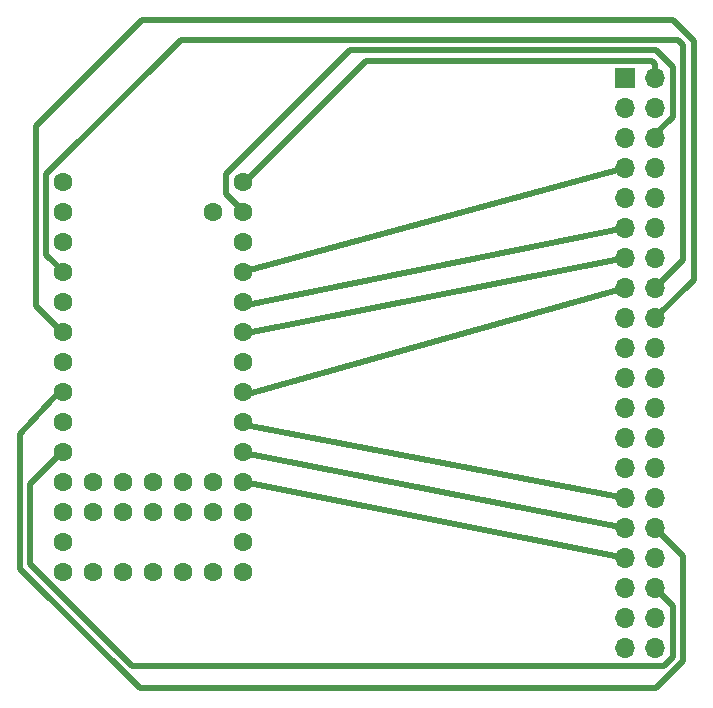
<source format=gbr>
G04 #@! TF.GenerationSoftware,KiCad,Pcbnew,(5.1.4)-1*
G04 #@! TF.CreationDate,2021-03-24T00:35:57-04:00*
G04 #@! TF.ProjectId,RedBull_TeensyBreakout,52656442-756c-46c5-9f54-65656e737942,rev?*
G04 #@! TF.SameCoordinates,Original*
G04 #@! TF.FileFunction,Copper,L2,Bot*
G04 #@! TF.FilePolarity,Positive*
%FSLAX46Y46*%
G04 Gerber Fmt 4.6, Leading zero omitted, Abs format (unit mm)*
G04 Created by KiCad (PCBNEW (5.1.4)-1) date 2021-03-24 00:35:57*
%MOMM*%
%LPD*%
G04 APERTURE LIST*
%ADD10C,1.600000*%
%ADD11O,1.700000X1.700000*%
%ADD12R,1.700000X1.700000*%
%ADD13C,0.500000*%
G04 APERTURE END LIST*
D10*
X122961400Y-102758240D03*
X122961400Y-105298240D03*
X125501400Y-102758240D03*
X125501400Y-105298240D03*
X128041400Y-102758240D03*
X128041400Y-105298240D03*
X130581400Y-102758240D03*
X130581400Y-105298240D03*
X133121400Y-102758240D03*
X133121400Y-105298240D03*
X120421400Y-77358240D03*
X120421400Y-79898240D03*
X120421400Y-82438240D03*
X120421400Y-84978240D03*
X120421400Y-87518240D03*
X120421400Y-90058240D03*
X120421400Y-92598240D03*
X120421400Y-95138240D03*
X120421400Y-97678240D03*
X120421400Y-100218240D03*
X120421400Y-102758240D03*
X120421400Y-105298240D03*
X120421400Y-107838240D03*
X133121400Y-79898240D03*
X135661400Y-77358240D03*
X135661400Y-79898240D03*
X135661400Y-82438240D03*
X135661400Y-84978240D03*
X135661400Y-87518240D03*
X135661400Y-90058240D03*
X135661400Y-92598240D03*
X135661400Y-95138240D03*
X135661400Y-97678240D03*
X135661400Y-100218240D03*
X135661400Y-102758240D03*
X135661400Y-105298240D03*
X135661400Y-107838240D03*
X120421400Y-110378240D03*
X122961400Y-110378240D03*
X125501400Y-110378240D03*
X135661400Y-110378240D03*
X133121400Y-110378240D03*
X130581400Y-110378240D03*
X128041400Y-110378240D03*
D11*
X170545760Y-116799360D03*
X168005760Y-116799360D03*
X170545760Y-114259360D03*
X168005760Y-114259360D03*
X170545760Y-111719360D03*
X168005760Y-111719360D03*
X170545760Y-109179360D03*
X168005760Y-109179360D03*
X170545760Y-106639360D03*
X168005760Y-106639360D03*
X170545760Y-104099360D03*
X168005760Y-104099360D03*
X170545760Y-101559360D03*
X168005760Y-101559360D03*
X170545760Y-99019360D03*
X168005760Y-99019360D03*
X170545760Y-96479360D03*
X168005760Y-96479360D03*
X170545760Y-93939360D03*
X168005760Y-93939360D03*
X170545760Y-91399360D03*
X168005760Y-91399360D03*
X170545760Y-88859360D03*
X168005760Y-88859360D03*
X170545760Y-86319360D03*
X168005760Y-86319360D03*
X170545760Y-83779360D03*
X168005760Y-83779360D03*
X170545760Y-81239360D03*
X168005760Y-81239360D03*
X170545760Y-78699360D03*
X168005760Y-78699360D03*
X170545760Y-76159360D03*
X168005760Y-76159360D03*
X170545760Y-73619360D03*
X168005760Y-73619360D03*
X170545760Y-71079360D03*
X168005760Y-71079360D03*
X170545760Y-68539360D03*
D12*
X168005760Y-68539360D03*
D13*
X126205639Y-118280361D02*
X117627400Y-109702122D01*
X171256641Y-118280361D02*
X126205639Y-118280361D01*
X172026761Y-117510241D02*
X171256641Y-118280361D01*
X170545760Y-111719360D02*
X172026761Y-113200361D01*
X172026761Y-113200361D02*
X172026761Y-117510241D01*
X117627400Y-109702122D02*
X117627400Y-102920800D01*
X117627400Y-102920800D02*
X120319800Y-100228400D01*
X168005760Y-109179360D02*
X135712200Y-102717600D01*
X172907770Y-117875168D02*
X170590138Y-120192800D01*
X170545760Y-106639360D02*
X172907771Y-109001371D01*
X172907771Y-109001371D02*
X172907770Y-117875168D01*
X116746390Y-110067048D02*
X116746390Y-98696410D01*
X170590138Y-120192800D02*
X126872142Y-120192800D01*
X126872142Y-120192800D02*
X116746390Y-110067048D01*
X116746390Y-98696410D02*
X120116600Y-95021400D01*
X168005760Y-106639360D02*
X135712200Y-100304600D01*
X168005760Y-104099360D02*
X135356600Y-97840800D01*
X173788780Y-65405644D02*
X172010136Y-63627000D01*
X170545760Y-88859360D02*
X173788780Y-85616340D01*
X173788780Y-85616340D02*
X173788780Y-65405644D01*
X118109389Y-72568411D02*
X118109389Y-87807189D01*
X172010136Y-63627000D02*
X127050800Y-63627000D01*
X127050800Y-63627000D02*
X118109389Y-72568411D01*
X118109389Y-87807189D02*
X120319800Y-90017600D01*
X120319800Y-90017600D02*
X120370600Y-90017600D01*
X172907771Y-83957349D02*
X172907771Y-65770571D01*
X170545760Y-86319360D02*
X172907771Y-83957349D01*
X118990399Y-76671359D02*
X118990399Y-83481199D01*
X130365419Y-65296339D02*
X118990399Y-76671359D01*
X172907771Y-65770571D02*
X172433539Y-65296339D01*
X172433539Y-65296339D02*
X130365419Y-65296339D01*
X118990399Y-83481199D02*
X120396000Y-84886800D01*
X120396000Y-84886800D02*
X120421400Y-84886800D01*
X168005760Y-86319360D02*
X135432800Y-95427800D01*
X168005760Y-83779360D02*
X135559800Y-90170000D01*
X168005760Y-81239360D02*
X135509000Y-87833200D01*
X168005760Y-76159360D02*
X135864600Y-84836000D01*
X134230399Y-76671359D02*
X134230399Y-78375799D01*
X170197642Y-73619360D02*
X172026761Y-71790241D01*
X170545760Y-73619360D02*
X170197642Y-73619360D01*
X172026761Y-71790241D02*
X172026761Y-67572344D01*
X172026761Y-67572344D02*
X170631766Y-66177349D01*
X170631766Y-66177349D02*
X144724409Y-66177349D01*
X144724409Y-66177349D02*
X134230399Y-76671359D01*
X134230399Y-78375799D02*
X135610600Y-79756000D01*
X135610600Y-79756000D02*
X135610600Y-79806800D01*
X170266840Y-67058359D02*
X146047641Y-67058359D01*
X170545760Y-68539360D02*
X170545760Y-67337279D01*
X170545760Y-67337279D02*
X170266840Y-67058359D01*
X146047641Y-67058359D02*
X135636000Y-77470000D01*
M02*

</source>
